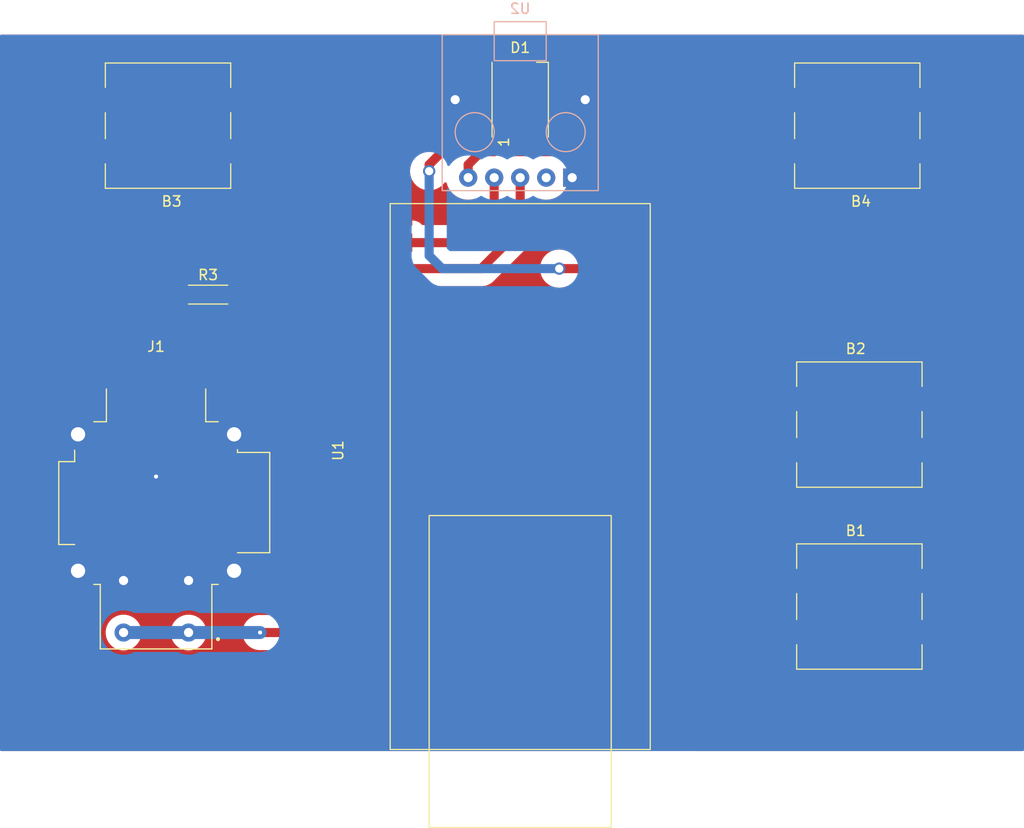
<source format=kicad_pcb>
(kicad_pcb (version 20211014) (generator pcbnew)
  (layers (0 "F.Cu" signal) (31 "B.Cu" signal) (34 "B.Paste" user) (35 "F.Paste" user) (36 "B.SilkS" user "B.Silkscreen") (37 "F.SilkS" user "F.Silkscreen") (38 "B.Mask" user) (39 "F.Mask" user) (44 "Edge.Cuts" user))
  (net 0 "")
  (net 1 "GND")
  (net 2 "Net-(J1-PadH1)")
  (net 3 "+3V3")
  (net 4 "+5V")
  (net 6 "BA")
  (net 7 "BB")
  (net 8 "BSTART")
  (net 9 "BSELECT")
  (net 10 "LED")
  (net 11 "J1H")
  (net 12 "J1V")
  (net 13 "J1B")
  (net 14 "USB-")
  (net 15 "USB+")
  (net 33 "J1EN")
  (footprint "MXPAD:FSM103A-SMD" (layer "F.Cu") (at 146.05 73.6219 180)
    (fp_text reference "B2" (at 6.604 9.906 180) (layer "F.SilkS"))
    (fp_text value "FSM103A")
    (fp_line (start 0.127 8.6233) (end 12.3698 8.6233) (layer "F.SilkS") (width 0.12))
    (fp_line (start 12.3698 8.6233) (end 12.3698 6.23169) (layer "F.SilkS") (width 0.12))
    (fp_line (start 12.3698 -1.22789) (end 12.3698 -3.6195) (layer "F.SilkS") (width 0.12))
    (fp_line (start 12.3698 3.77591) (end 12.3698 1.22789) (layer "F.SilkS") (width 0.12))
    (fp_line (start 0.127 -3.6195) (end 0.127 -1.23444) (layer "F.SilkS") (width 0.12))
    (fp_line (start 12.3698 -3.6195) (end 0.127 -3.6195) (layer "F.SilkS") (width 0.12))
    (fp_line (start 0.127 1.23444) (end 0.127 3.77591) (layer "F.SilkS") (width 0.12))
    (fp_line (start 0.127 6.23169) (end 0.127 8.6233) (layer "F.SilkS") (width 0.12))
    (pad "1" smd rect (at 0 0 180) (size 7.112 1.778) (drill (offset -2.413 0)) (layers "F.Cu" "F.Paste" "F.Mask") (net 1 "GND"))
    (pad "2" smd rect (at 0 5.0038 180) (size 7.112 1.778) (drill (offset -2.413 0)) (layers "F.Cu" "F.Paste" "F.Mask") (net 7 "BB"))
    (pad "3" smd rect (at 12.4968 5.0038 180) (size 7.112 1.778) (drill (offset 2.413 0)) (layers "F.Cu" "F.Paste" "F.Mask") (net 7 "BB"))
    (pad "4" smd rect (at 12.4968 0 180) (size 7.112 1.778) (drill (offset 2.413 0)) (layers "F.Cu" "F.Paste" "F.Mask") (net 1 "GND"))
  )
  (footprint "MXPAD:FSM103A-SMD" (layer "F.Cu") (at 133.35 39.4081)
    (fp_text reference "B4" (at 6.604 9.906) (layer "F.SilkS"))
    (fp_text value "FSM103A")
    (fp_line (start 12.3698 -3.6195) (end 0.127 -3.6195) (layer "F.SilkS") (width 0.12))
    (fp_line (start 12.3698 3.77591) (end 12.3698 1.22789) (layer "F.SilkS") (width 0.12))
    (fp_line (start 12.3698 8.6233) (end 12.3698 6.23169) (layer "F.SilkS") (width 0.12))
    (fp_line (start 0.127 -3.6195) (end 0.127 -1.23444) (layer "F.SilkS") (width 0.12))
    (fp_line (start 0.127 6.23169) (end 0.127 8.6233) (layer "F.SilkS") (width 0.12))
    (fp_line (start 0.127 1.23444) (end 0.127 3.77591) (layer "F.SilkS") (width 0.12))
    (fp_line (start 12.3698 -1.22789) (end 12.3698 -3.6195) (layer "F.SilkS") (width 0.12))
    (fp_line (start 0.127 8.6233) (end 12.3698 8.6233) (layer "F.SilkS") (width 0.12))
    (pad "1" smd rect (at 0 0) (size 7.112 1.778) (drill (offset -2.413 0)) (layers "F.Cu" "F.Paste" "F.Mask") (net 1 "GND"))
    (pad "2" smd rect (at 0 5.0038) (size 7.112 1.778) (drill (offset -2.413 0)) (layers "F.Cu" "F.Paste" "F.Mask") (net 8 "BSTART"))
    (pad "3" smd rect (at 12.4968 5.0038) (size 7.112 1.778) (drill (offset 2.413 0)) (layers "F.Cu" "F.Paste" "F.Mask") (net 8 "BSTART"))
    (pad "4" smd rect (at 12.4968 0) (size 7.112 1.778) (drill (offset 2.413 0)) (layers "F.Cu" "F.Paste" "F.Mask") (net 1 "GND"))
  )
  (footprint "MXPAD:NodeMCU-12K-SMD" (layer "F.Cu") (at 106.68 73.66 180)
    (fp_text reference "U1" (at 17.78 0 90 unlocked) (layer "F.SilkS"))
    (fp_text value "NodeMCU-12K")
    (fp_rect (start -8.89 -36.83) (end 8.89 -6.35) (layer "F.SilkS") (width 0.12) (fill none))
    (fp_rect (start -12.7 -29.21) (end 12.7 24.13) (layer "F.SilkS") (width 0.12) (fill none))
    (pad "1" smd rect (at -11.43 -27.94 180) (size 5.334 1.778) (drill (offset -1.778 0)) (layers "F.Cu" "F.Paste" "F.Mask") (net 3 "+3V3"))
    (pad "2" smd rect (at -11.43 -25.4 180) (size 5.334 1.778) (drill (offset -1.778 0)) (layers "F.Cu" "F.Paste" "F.Mask"))
    (pad "3" smd rect (at -11.43 -22.86 180) (size 5.334 1.778) (drill (offset -1.778 0)) (layers "F.Cu" "F.Paste" "F.Mask") (net 1 "GND"))
    (pad "4" smd rect (at -11.43 -20.32 180) (size 5.334 1.778) (drill (offset -1.778 0)) (layers "F.Cu" "F.Paste" "F.Mask"))
    (pad "5" smd rect (at -11.43 -17.78 180) (size 5.334 1.778) (drill (offset -1.778 0)) (layers "F.Cu" "F.Paste" "F.Mask"))
    (pad "6" smd rect (at -11.43 -15.24 180) (size 5.334 1.778) (drill (offset -1.778 0)) (layers "F.Cu" "F.Paste" "F.Mask"))
    (pad "7" smd rect (at -11.43 -12.7 180) (size 5.334 1.778) (drill (offset -1.778 0)) (layers "F.Cu" "F.Paste" "F.Mask") (net 6 "BA"))
    (pad "8" smd rect (at -11.43 -10.16 180) (size 5.334 1.778) (drill (offset -1.778 0)) (layers "F.Cu" "F.Paste" "F.Mask"))
    (pad "9" smd rect (at -11.43 -7.62 180) (size 5.334 1.778) (drill (offset -1.778 0)) (layers "F.Cu" "F.Paste" "F.Mask"))
    (pad "10" smd rect (at -11.43 -5.08 180) (size 5.334 1.778) (drill (offset -1.778 0)) (layers "F.Cu" "F.Paste" "F.Mask"))
    (pad "11" smd rect (at -11.43 -2.54 180) (size 5.334 1.778) (drill (offset -1.778 0)) (layers "F.Cu" "F.Paste" "F.Mask") (net 12 "J1V"))
    (pad "12" smd rect (at -11.43 0 180) (size 5.334 1.778) (drill (offset -1.778 0)) (layers "F.Cu" "F.Paste" "F.Mask") (net 11 "J1H"))
    (pad "13" smd rect (at -11.43 2.54 180) (size 5.334 1.778) (drill (offset -1.778 0)) (layers "F.Cu" "F.Paste" "F.Mask"))
    (pad "14" smd rect (at -11.43 5.08 180) (size 5.334 1.778) (drill (offset -1.778 0)) (layers "F.Cu" "F.Paste" "F.Mask") (net 7 "BB"))
    (pad "15" smd rect (at -11.43 7.62 180) (size 5.334 1.778) (drill (offset -1.778 0)) (layers "F.Cu" "F.Paste" "F.Mask"))
    (pad "16" smd rect (at -11.43 10.16 180) (size 5.334 1.778) (drill (offset -1.778 0)) (layers "F.Cu" "F.Paste" "F.Mask") (net 1 "GND"))
    (pad "17" smd rect (at -11.43 12.7 180) (size 5.334 1.778) (drill (offset -1.778 0)) (layers "F.Cu" "F.Paste" "F.Mask"))
    (pad "18" smd rect (at -11.43 15.24 180) (size 5.334 1.778) (drill (offset -1.778 0)) (layers "F.Cu" "F.Paste" "F.Mask"))
    (pad "19" smd rect (at -11.43 17.78 180) (size 5.334 1.778) (drill (offset -1.778 0)) (layers "F.Cu" "F.Paste" "F.Mask") (net 10 "LED"))
    (pad "20" smd rect (at -11.43 20.32 180) (size 5.334 1.778) (drill (offset -1.778 0)) (layers "F.Cu" "F.Paste" "F.Mask") (net 8 "BSTART"))
    (pad "21" smd rect (at -11.43 22.86 180) (size 5.334 1.778) (drill (offset -1.778 0)) (layers "F.Cu" "F.Paste" "F.Mask") (net 4 "+5V"))
    (pad "22" smd rect (at 11.43 22.86 180) (size 5.334 1.778) (drill (offset 1.778 0)) (layers "F.Cu" "F.Paste" "F.Mask") (net 1 "GND"))
    (pad "23" smd rect (at 11.43 20.32 180) (size 5.334 1.778) (drill (offset 1.778 0)) (layers "F.Cu" "F.Paste" "F.Mask") (net 14 "USB-"))
    (pad "24" smd rect (at 11.43 17.78 180) (size 5.334 1.778) (drill (offset 1.778 0)) (layers "F.Cu" "F.Paste" "F.Mask") (net 15 "USB+"))
    (pad "25" smd rect (at 11.43 15.24 180) (size 5.334 1.778) (drill (offset 1.778 0)) (layers "F.Cu" "F.Paste" "F.Mask") (net 9 "BSELECT"))
    (pad "26" smd rect (at 11.43 12.7 180) (size 5.334 1.778) (drill (offset 1.778 0)) (layers "F.Cu" "F.Paste" "F.Mask"))
    (pad "27" smd rect (at 11.43 10.16 180) (size 5.334 1.778) (drill (offset 1.778 0)) (layers "F.Cu" "F.Paste" "F.Mask") (net 1 "GND"))
    (pad "28" smd rect (at 11.43 7.62 180) (size 5.334 1.778) (drill (offset 1.778 0)) (layers "F.Cu" "F.Paste" "F.Mask"))
    (pad "29" smd rect (at 11.43 5.08 180) (size 5.334 1.778) (drill (offset 1.778 0)) (layers "F.Cu" "F.Paste" "F.Mask"))
    (pad "30" smd rect (at 11.43 2.54 180) (size 5.334 1.778) (drill (offset 1.778 0)) (layers "F.Cu" "F.Paste" "F.Mask") (net 33 "J1EN"))
    (pad "31" smd rect (at 11.43 0 180) (size 5.334 1.778) (drill (offset 1.778 0)) (layers "F.Cu" "F.Paste" "F.Mask") (net 11 "J1H"))
    (pad "32" smd rect (at 11.43 -2.54 180) (size 5.334 1.778) (drill (offset 1.778 0)) (layers "F.Cu" "F.Paste" "F.Mask") (net 12 "J1V"))
    (pad "33" smd rect (at 11.43 -5.08 180) (size 5.334 1.778) (drill (offset 1.778 0)) (layers "F.Cu" "F.Paste" "F.Mask") (net 13 "J1B"))
    (pad "34" smd rect (at 11.43 -7.62 180) (size 5.334 1.778) (drill (offset 1.778 0)) (layers "F.Cu" "F.Paste" "F.Mask"))
    (pad "35" smd rect (at 11.43 -10.16 180) (size 5.334 1.778) (drill (offset 1.778 0)) (layers "F.Cu" "F.Paste" "F.Mask"))
    (pad "36" smd rect (at 11.43 -12.7 180) (size 5.334 1.778) (drill (offset 1.778 0)) (layers "F.Cu" "F.Paste" "F.Mask"))
    (pad "37" smd rect (at 11.43 -15.24 180) (size 5.334 1.778) (drill (offset 1.778 0)) (layers "F.Cu" "F.Paste" "F.Mask"))
    (pad "38" smd rect (at 11.43 -17.78 180) (size 5.334 1.778) (drill (offset 1.778 0)) (layers "F.Cu" "F.Paste" "F.Mask"))
    (pad "39" smd rect (at 11.43 -20.32 180) (size 5.334 1.778) (drill (offset 1.778 0)) (layers "F.Cu" "F.Paste" "F.Mask"))
    (pad "40" smd rect (at 11.43 -22.86 180) (size 5.334 1.778) (drill (offset 1.778 0)) (layers "F.Cu" "F.Paste" "F.Mask"))
    (pad "41" smd rect (at 11.43 -25.4 180) (size 5.334 1.778) (drill (offset 1.778 0)) (layers "F.Cu" "F.Paste" "F.Mask"))
    (pad "42" smd rect (at 11.43 -27.94 180) (size 5.334 1.778) (drill (offset 1.778 0)) (layers "F.Cu" "F.Paste" "F.Mask") (net 1 "GND"))
  )
  (footprint "MXPAD:FSM103A-SMD" (layer "F.Cu") (at 146.05 91.4019 180)
    (fp_text reference "B1" (at 6.604 9.906 180) (layer "F.SilkS"))
    (fp_text value "FSM103A")
    (fp_line (start 0.127 -3.6195) (end 0.127 -1.23444) (layer "F.SilkS") (width 0.12))
    (fp_line (start 12.3698 -3.6195) (end 0.127 -3.6195) (layer "F.SilkS") (width 0.12))
    (fp_line (start 12.3698 -1.22789) (end 12.3698 -3.6195) (layer "F.SilkS") (width 0.12))
    (fp_line (start 0.127 8.6233) (end 12.3698 8.6233) (layer "F.SilkS") (width 0.12))
    (fp_line (start 12.3698 8.6233) (end 12.3698 6.23169) (layer "F.SilkS") (width 0.12))
    (fp_line (start 12.3698 3.77591) (end 12.3698 1.22789) (layer "F.SilkS") (width 0.12))
    (fp_line (start 0.127 1.23444) (end 0.127 3.77591) (layer "F.SilkS") (width 0.12))
    (fp_line (start 0.127 6.23169) (end 0.127 8.6233) (layer "F.SilkS") (width 0.12))
    (pad "1" smd rect (at 0 0 180) (size 7.112 1.778) (drill (offset -2.413 0)) (layers "F.Cu" "F.Paste" "F.Mask") (net 1 "GND"))
    (pad "2" smd rect (at 0 5.0038 180) (size 7.112 1.778) (drill (offset -2.413 0)) (layers "F.Cu" "F.Paste" "F.Mask") (net 6 "BA"))
    (pad "3" smd rect (at 12.4968 5.0038 180) (size 7.112 1.778) (drill (offset 2.413 0)) (layers "F.Cu" "F.Paste" "F.Mask") (net 6 "BA"))
    (pad "4" smd rect (at 12.4968 0 180) (size 7.112 1.778) (drill (offset 2.413 0)) (layers "F.Cu" "F.Paste" "F.Mask") (net 1 "GND"))
  )
  (footprint "MXPAD:COM-09032-SMD" (layer "F.Cu") (at 71.12 78.74 180)
    (fp_text reference "J1" (at 0 15.24) (layer "F.SilkS"))
    (fp_text value "COM-09032")
    (fp_line (start 7.95 -4.1) (end 9.5 -4.1) (layer "F.SilkS") (width 0.127))
    (fp_line (start 6.08 7.9) (end 4.85 7.9) (layer "F.SilkS") (width 0.127))
    (fp_line (start -5.45 -14.3) (end 5.45 -14.3) (layer "F.SilkS") (width 0.127))
    (fp_line (start -4.85 7.9) (end -6.07 7.9) (layer "F.SilkS") (width 0.127))
    (fp_line (start 9.5 4) (end 7.95 4) (layer "F.SilkS") (width 0.127))
    (fp_line (start -5.45 -8) (end -5.45 -14.3) (layer "F.SilkS") (width 0.127))
    (fp_line (start 7.95 4) (end 7.95 5.12) (layer "F.SilkS") (width 0.127))
    (fp_line (start -7.95 4.9) (end -11.1 4.9) (layer "F.SilkS") (width 0.127))
    (fp_line (start -6.07 -8) (end -5.45 -8) (layer "F.SilkS") (width 0.127))
    (fp_line (start 5.45 -8) (end 6.08 -8) (layer "F.SilkS") (width 0.127))
    (fp_line (start -4.85 11.1) (end -4.85 7.9) (layer "F.SilkS") (width 0.127))
    (fp_line (start -7.95 5.17) (end -7.95 4.9) (layer "F.SilkS") (width 0.127))
    (fp_line (start -11.1 4.9) (end -11.1 -4.9) (layer "F.SilkS") (width 0.127))
    (fp_line (start -11.1 -4.9) (end -7.95 -4.9) (layer "F.SilkS") (width 0.127))
    (fp_line (start 9.5 -4.1) (end 9.5 4) (layer "F.SilkS") (width 0.127))
    (fp_line (start 4.85 7.9) (end 4.85 11.1) (layer "F.SilkS") (width 0.127))
    (fp_line (start 5.45 -14.3) (end 5.45 -8) (layer "F.SilkS") (width 0.127))
    (fp_circle (center -6.05 -13.35) (end -5.95 -13.35) (layer "F.SilkS") (width 0.2) (fill none))
    (pad "B1A" thru_hole circle (at -3.175 -12.7 180) (size 1.778 1.778) (drill 0.9) (layers *.Cu *.Mask) (remove_unused_layers) (net 13 "J1B"))
    (pad "B1B" thru_hole circle (at 3.175 -12.7 180) (size 1.778 1.778) (drill 0.9) (layers *.Cu *.Mask) (remove_unused_layers) (net 13 "J1B"))
    (pad "B2A" thru_hole circle (at -3.175 -7.62 180) (size 1.778 1.778) (drill 0.9) (layers *.Cu *.Mask) (remove_unused_layers) (net 1 "GND"))
    (pad "B2B" thru_hole circle (at 3.175 -7.62 180) (size 1.778 1.778) (drill 0.9) (layers *.Cu *.Mask) (remove_unused_layers) (net 1 "GND"))
    (pad "H1" smd rect (at -2.54 10.16 180) (size 1.778 5.334) (drill (offset 0 1.778)) (layers "F.Cu" "F.Paste" "F.Mask") (net 2 "Net-(J1-PadH1)"))
    (pad "H2" smd rect (at 0 10.16 180) (size 1.778 5.334) (drill (offset 0 1.778)) (layers "F.Cu" "F.Paste" "F.Mask") (net 11 "J1H"))
    (pad "H3" smd rect (at 2.54 10.16 180) (size 1.778 5.334) (drill (offset 0 1.778)) (layers "F.Cu" "F.Paste" "F.Mask") (net 1 "GND"))
    (pad "S1" thru_hole circle (at -7.62 -6.6675 180) (size 2.286 2.286) (drill 1.397) (layers *.Cu *.Mask) (remove_unused_layers) (net 1 "GND"))
    (pad "S2" thru_hole circle (at -7.62 6.6675 180) (size 2.286 2.286) (drill 1.397) (layers *.Cu *.Mask) (remove_unused_layers) (net 1 "GND"))
    (pad "S3" thru_hole circle (at 7.62 6.6675 180) (size 2.286 2.286) (drill 1.397) (layers *.Cu *.Mask) (remove_unused_layers) (net 1 "GND"))
    (pad "S4" thru_hole circle (at 7.62 -6.6675 180) (size 2.286 2.286) (drill 1.397) (layers *.Cu *.Mask) (remove_unused_layers) (net 1 "GND"))
    (pad "V1" smd rect (at -10.16 -2.54 180) (size 5.334 1.778) (drill (offset -1.778 0)) (layers "F.Cu" "F.Paste" "F.Mask") (net 2 "Net-(J1-PadH1)"))
    (pad "V2" smd rect (at -10.16 0 180) (size 5.334 1.778) (drill (offset -1.778 0)) (layers "F.Cu" "F.Paste" "F.Mask") (net 12 "J1V"))
    (pad "V3" smd rect (at -10.16 2.54 180) (size 5.334 1.778) (drill (offset -1.778 0)) (layers "F.Cu" "F.Paste" "F.Mask") (net 1 "GND"))
  )
  (footprint "MXPAD:FSM103A-SMD" (layer "F.Cu") (at 66.04 39.4081)
    (fp_text reference "B3" (at 6.604 9.906) (layer "F.SilkS"))
    (fp_text value "FSM103A")
    (fp_line (start 12.3698 8.6233) (end 12.3698 6.23169) (layer "F.SilkS") (width 0.12))
    (fp_line (start 0.127 6.23169) (end 0.127 8.6233) (layer "F.SilkS") (width 0.12))
    (fp_line (start 12.3698 -3.6195) (end 0.127 -3.6195) (layer "F.SilkS") (width 0.12))
    (fp_line (start 0.127 8.6233) (end 12.3698 8.6233) (layer "F.SilkS") (width 0.12))
    (fp_line (start 0.127 -3.6195) (end 0.127 -1.23444) (layer "F.SilkS") (width 0.12))
    (fp_line (start 12.3698 3.77591) (end 12.3698 1.22789) (layer "F.SilkS") (width 0.12))
    (fp_line (start 12.3698 -1.22789) (end 12.3698 -3.6195) (layer "F.SilkS") (width 0.12))
    (fp_line (start 0.127 1.23444) (end 0.127 3.77591) (layer "F.SilkS") (width 0.12))
    (pad "1" smd rect (at 0 0) (size 7.112 1.778) (drill (offset -2.413 0)) (layers "F.Cu" "F.Paste" "F.Mask") (net 1 "GND"))
    (pad "2" smd rect (at 0 5.0038) (size 7.112 1.778) (drill (offset -2.413 0)) (layers "F.Cu" "F.Paste" "F.Mask") (net 9 "BSELECT"))
    (pad "3" smd rect (at 12.4968 5.0038) (size 7.112 1.778) (drill (offset 2.413 0)) (layers "F.Cu" "F.Paste" "F.Mask") (net 9 "BSELECT"))
    (pad "4" smd rect (at 12.4968 0) (size 7.112 1.778) (drill (offset 2.413 0)) (layers "F.Cu" "F.Paste" "F.Mask") (net 1 "GND"))
  )
  (footprint "LED_SMD:LED_WS2812B_PLCC4_5.0x5.0mm_P3.2mm" (layer "F.Cu") (at 106.68 39.37 90)
    (fp_text reference "D1" (at 5.08 0) (layer "F.SilkS"))
    (fp_text value "WS2812B")
    (fp_text user "1" (at -4.15 -1.6 90) (layer "F.SilkS"))
    (fp_line (start -3.65 2.75) (end 3.65 2.75) (layer "F.SilkS") (width 0.12))
    (fp_line (start 3.65 2.75) (end 3.65 1.6) (layer "F.SilkS") (width 0.12))
    (fp_line (start -3.65 -2.75) (end 3.65 -2.75) (layer "F.SilkS") (width 0.12))
    (pad "1" smd rect (at -2.45 -1.6 90) (size 1.5 1) (layers "F.Cu" "F.Paste" "F.Mask") (net 4 "+5V"))
    (pad "2" smd rect (at -2.45 1.6 90) (size 1.5 1) (layers "F.Cu" "F.Paste" "F.Mask"))
    (pad "3" smd rect (at 2.45 1.6 90) (size 1.5 1) (layers "F.Cu" "F.Paste" "F.Mask") (net 1 "GND"))
    (pad "4" smd rect (at 2.45 -1.6 90) (size 1.5 1) (layers "F.Cu" "F.Paste" "F.Mask") (net 10 "LED"))
  )
  (footprint "Resistor_THT:R_Axial_DIN0204_L3.6mm_D1.6mm_P5.08mm_Horizontal" (layer "F.Cu") (at 73.66 58.42)
    (fp_text reference "R3" (at 2.54 -1.92) (layer "F.SilkS"))
    (fp_text value "1K")
    (fp_line (start 0.62 -0.92) (end 4.46 -0.92) (layer "F.SilkS") (width 0.12))
    (fp_line (start 0.62 0.92) (end 4.46 0.92) (layer "F.SilkS") (width 0.12))
    (pad "1" smd rect (at 0 0) (size 2.54 1.27) (drill (offset -0.635 0)) (layers "F.Cu" "F.Paste" "F.Mask") (net 2 "Net-(J1-PadH1)"))
    (pad "2" smd rect (at 5.08 0) (size 2.54 1.27) (drill (offset 0.635 0)) (layers "F.Cu" "F.Paste" "F.Mask") (net 33 "J1EN"))
  )
  (footprint "MXPAD:MicroUSB" (layer "B.Cu") (at 106.68 41.91 180)
    (fp_text reference "U2" (at 0 11.43 unlocked) (layer "B.SilkS") (effects (justify mirror)))
    (fp_text value "MicroUSB")
    (fp_rect (start -7.62 8.89) (end 7.62 -6.35) (layer "B.SilkS") (width 0.12) (fill none))
    (fp_rect (start -2.54 10.16) (end 2.54 6.35) (layer "B.SilkS") (width 0.12) (fill none))
    (fp_circle (center 4.445 -0.635) (end 6.35 -0.635) (layer "B.SilkS") (width 0.12) (fill none))
    (fp_circle (center -4.445 -0.635) (end -2.54 -0.635) (layer "B.SilkS") (width 0.12) (fill none))
    (pad "1" thru_hole rect (at -5.08 -5.08 180) (size 1.778 1.778) (drill 0.889) (layers *.Cu *.Mask) (net 1 "GND"))
    (pad "2" thru_hole circle (at -2.54 -5.08 180) (size 1.778 1.778) (drill 0.889) (layers *.Cu *.Mask))
    (pad "3" thru_hole circle (at 0 -5.08 180) (size 1.778 1.778) (drill 0.889) (layers *.Cu *.Mask) (net 15 "USB+"))
    (pad "4" thru_hole circle (at 2.54 -5.08 180) (size 1.778 1.778) (drill 0.889) (layers *.Cu *.Mask) (net 14 "USB-"))
    (pad "5" thru_hole circle (at 5.08 -5.08 180) (size 1.778 1.778) (drill 0.889) (layers *.Cu *.Mask) (net 4 "+5V"))
    (pad "6" thru_hole circle (at 6.35 2.54 180) (size 1.778 1.778) (drill 0.889) (layers *.Cu *.Mask) (net 1 "GND"))
    (pad "7" thru_hole circle (at -6.35 2.54 180) (size 1.778 1.778) (drill 0.889) (layers *.Cu *.Mask) (net 1 "GND"))
  )
  (via (at 71.12 76.2) (size 0.8) (drill 0.4) (layers "F.Cu" "B.Cu") (net 1))
  (segment (start 66.04 78.74) (end 66.04 60.96) (width 0.889) (layer "F.Cu") (net 2))
  (segment (start 68.58 58.42) (end 73.66 58.42) (width 0.889) (layer "F.Cu") (net 2))
  (segment (start 66.04 60.96) (end 68.58 58.42) (width 0.889) (layer "F.Cu") (net 2))
  (segment (start 68.58 81.28) (end 81.28 81.28) (width 0.889) (layer "F.Cu") (net 2))
  (segment (start 68.58 81.28) (end 66.04 78.74) (width 0.889) (layer "F.Cu") (net 2))
  (segment (start 73.66 68.58) (end 73.66 58.42) (width 0.889) (layer "F.Cu") (net 2))
  (segment (start 106.02 44.45) (end 120.65 44.45) (width 0.889) (layer "F.Cu") (net 4))
  (segment (start 105.08 43.51) (end 104.14 44.45) (width 0.889) (layer "F.Cu") (net 4))
  (segment (start 105.08 41.82) (end 105.08 43.51) (width 0.889) (layer "F.Cu") (net 4))
  (segment (start 104.14 44.45) (end 102.87 44.45) (width 0.889) (layer "F.Cu") (net 4))
  (segment (start 101.6 45.72) (end 101.6 46.99) (width 0.889) (layer "F.Cu") (net 4))
  (segment (start 102.87 44.45) (end 101.6 45.72) (width 0.889) (layer "F.Cu") (net 4))
  (segment (start 121.92 45.72) (end 121.92 50.8) (width 0.889) (layer "F.Cu") (net 4))
  (segment (start 105.08 43.51) (end 106.02 44.45) (width 0.889) (layer "F.Cu") (net 4))
  (segment (start 120.65 44.45) (end 121.92 45.72) (width 0.889) (layer "F.Cu") (net 4))
  (segment (start 118.11 86.36) (end 133.5151 86.36) (width 0.889) (layer "F.Cu") (net 6))
  (segment (start 133.5532 86.3981) (end 146.05 86.3981) (width 0.889) (layer "F.Cu") (net 6))
  (segment (start 118.1481 86.3981) (end 118.11 86.36) (width 0.889) (layer "F.Cu") (net 6))
  (segment (start 133.5151 86.36) (end 133.5532 86.3981) (width 0.889) (layer "F.Cu") (net 6))
  (segment (start 118.1481 68.6181) (end 118.11 68.58) (width 0.889) (layer "F.Cu") (net 7))
  (segment (start 133.5532 68.6181) (end 146.05 68.6181) (width 0.889) (layer "F.Cu") (net 7))
  (segment (start 133.5151 68.58) (end 133.5532 68.6181) (width 0.889) (layer "F.Cu") (net 7))
  (segment (start 118.11 68.58) (end 133.5151 68.58) (width 0.889) (layer "F.Cu") (net 7))
  (segment (start 133.35 44.4119) (end 145.8468 44.4119) (width 0.889) (layer "F.Cu") (net 8))
  (segment (start 125.73 45.72) (end 125.73 52.07) (width 0.889) (layer "F.Cu") (net 8))
  (segment (start 124.46 53.34) (end 118.11 53.34) (width 0.889) (layer "F.Cu") (net 8))
  (segment (start 127.0381 44.4119) (end 133.35 44.4119) (width 0.889) (layer "F.Cu") (net 8))
  (segment (start 125.73 45.72) (end 127.0381 44.4119) (width 0.889) (layer "F.Cu") (net 8))
  (segment (start 125.73 52.07) (end 124.46 53.34) (width 0.889) (layer "F.Cu") (net 8))
  (segment (start 95.25 58.42) (end 88.9 58.42) (width 0.889) (layer "F.Cu") (net 9))
  (segment (start 87.63 57.15) (end 87.63 45.72) (width 0.889) (layer "F.Cu") (net 9))
  (segment (start 88.9 58.42) (end 87.63 57.15) (width 0.889) (layer "F.Cu") (net 9))
  (segment (start 86.3219 44.4119) (end 78.5368 44.4119) (width 0.889) (layer "F.Cu") (net 9))
  (segment (start 66.04 44.4119) (end 78.5368 44.4119) (width 0.889) (layer "F.Cu") (net 9))
  (segment (start 87.63 45.72) (end 86.3219 44.4119) (width 0.889) (layer "F.Cu") (net 9))
  (segment (start 105.08 36.92) (end 105.08 38.43) (width 0.889) (layer "F.Cu") (net 10))
  (segment (start 118.11 55.88) (end 110.49 55.88) (width 0.889) (layer "F.Cu") (net 10))
  (segment (start 105.08 38.43) (end 97.79 45.72) (width 0.889) (layer "F.Cu") (net 10))
  (segment (start 97.79 45.72) (end 97.79 46.355) (width 0.889) (layer "F.Cu") (net 10))
  (via (at 110.49 55.88) (size 1.1938) (drill 0.8001) (layers "F.Cu" "B.Cu") (net 10))
  (via (at 97.79 46.355) (size 1.1938) (drill 0.8001) (layers "F.Cu" "B.Cu") (net 10))
  (segment (start 110.49 55.88) (end 99.06 55.88) (width 0.889) (layer "B.Cu") (net 10))
  (segment (start 97.79 54.61) (end 97.79 46.355) (width 0.889) (layer "B.Cu") (net 10))
  (segment (start 99.06 55.88) (end 97.79 54.61) (width 0.889) (layer "B.Cu") (net 10))
  (segment (start 74.93 71.12) (end 72.39 71.12) (width 0.889) (layer "F.Cu") (net 11))
  (segment (start 121.92 73.66) (end 95.25 73.66) (width 0.889) (layer "F.Cu") (net 11))
  (segment (start 88.9 73.66) (end 83.82 68.58) (width 0.889) (layer "F.Cu") (net 11))
  (segment (start 83.82 68.58) (end 77.47 68.58) (width 0.889) (layer "F.Cu") (net 11))
  (segment (start 72.39 71.12) (end 71.12 69.85) (width 0.889) (layer "F.Cu") (net 11))
  (segment (start 71.12 69.85) (end 71.12 68.58) (width 0.889) (layer "F.Cu") (net 11))
  (segment (start 95.25 73.66) (end 88.9 73.66) (width 0.889) (layer "F.Cu") (net 11))
  (segment (start 77.47 68.58) (end 74.93 71.12) (width 0.889) (layer "F.Cu") (net 11))
  (segment (start 121.92 76.2) (end 95.25 76.2) (width 0.889) (layer "F.Cu") (net 12))
  (segment (start 87.63 78.74) (end 81.28 78.74) (width 0.889) (layer "F.Cu") (net 12))
  (segment (start 95.25 76.2) (end 90.17 76.2) (width 0.889) (layer "F.Cu") (net 12))
  (segment (start 90.17 76.2) (end 87.63 78.74) (width 0.889) (layer "F.Cu") (net 12))
  (segment (start 88.9 90.17) (end 88.9 80.01) (width 0.889) (layer "F.Cu") (net 13))
  (segment (start 81.28 91.44) (end 87.63 91.44) (width 0.889) (layer "F.Cu") (net 13))
  (segment (start 87.63 91.44) (end 88.9 90.17) (width 0.889) (layer "F.Cu") (net 13))
  (segment (start 90.17 78.74) (end 95.25 78.74) (width 0.889) (layer "F.Cu") (net 13))
  (segment (start 88.9 80.01) (end 90.17 78.74) (width 0.889) (layer "F.Cu") (net 13))
  (via (at 81.28 91.44) (size 0.8) (drill 0.4) (layers "F.Cu" "B.Cu") (net 13))
  (segment (start 74.295 91.44) (end 81.28 91.44) (width 1.27) (layer "B.Cu") (net 13))
  (segment (start 67.945 91.44) (end 74.295 91.44) (width 1.27) (layer "B.Cu") (net 13))
  (segment (start 95.25 53.34) (end 102.87 53.34) (width 0.889) (layer "F.Cu") (net 14))
  (segment (start 104.14 52.07) (end 104.14 46.99) (width 0.889) (layer "F.Cu") (net 14))
  (segment (start 102.87 53.34) (end 104.14 52.07) (width 0.889) (layer "F.Cu") (net 14))
  (segment (start 106.68 52.07) (end 106.68 46.99) (width 0.889) (layer "F.Cu") (net 15))
  (segment (start 102.87 55.88) (end 106.68 52.07) (width 0.889) (layer "F.Cu") (net 15))
  (segment (start 95.25 55.88) (end 102.87 55.88) (width 0.889) (layer "F.Cu") (net 15))
  (segment (start 78.74 58.42) (end 81.915 58.42) (width 0.889) (layer "F.Cu") (net 33))
  (segment (start 83.185 59.69) (end 83.185 65.405) (width 0.889) (layer "F.Cu") (net 33))
  (segment (start 88.9 71.12) (end 95.25 71.12) (width 0.889) (layer "F.Cu") (net 33))
  (segment (start 81.915 58.42) (end 83.185 59.69) (width 0.889) (layer "F.Cu") (net 33))
  (segment (start 83.185 65.405) (end 88.9 71.12) (width 0.889) (layer "F.Cu") (net 33))
  (zone (net 1) (net_name "GND") (layers F&B.Cu) (connect_pads yes (clearance 1.27)) (min_thickness 0.254) (fill yes (thermal_gap 0.508) (thermal_bridge_width 0.508))
    (polygon (pts (xy 155.8798 103.0224) (xy 55.88 103.0224) (xy 55.88 33.02) (xy 155.8798 33.02)))
  )
)
</source>
